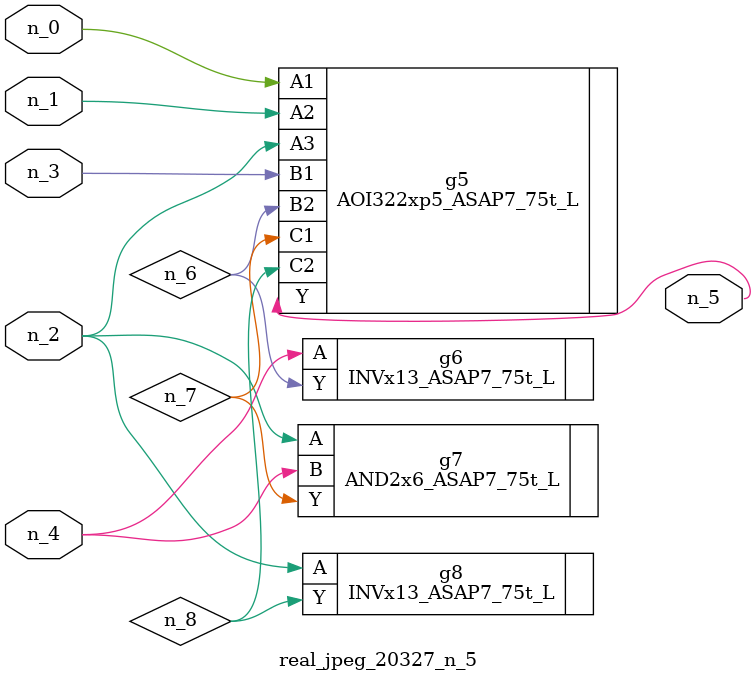
<source format=v>
module real_jpeg_20327_n_5 (n_4, n_0, n_1, n_2, n_3, n_5);

input n_4;
input n_0;
input n_1;
input n_2;
input n_3;

output n_5;

wire n_8;
wire n_6;
wire n_7;

AOI322xp5_ASAP7_75t_L g5 ( 
.A1(n_0),
.A2(n_1),
.A3(n_2),
.B1(n_3),
.B2(n_6),
.C1(n_7),
.C2(n_8),
.Y(n_5)
);

AND2x6_ASAP7_75t_L g7 ( 
.A(n_2),
.B(n_4),
.Y(n_7)
);

INVx13_ASAP7_75t_L g8 ( 
.A(n_2),
.Y(n_8)
);

INVx13_ASAP7_75t_L g6 ( 
.A(n_4),
.Y(n_6)
);


endmodule
</source>
